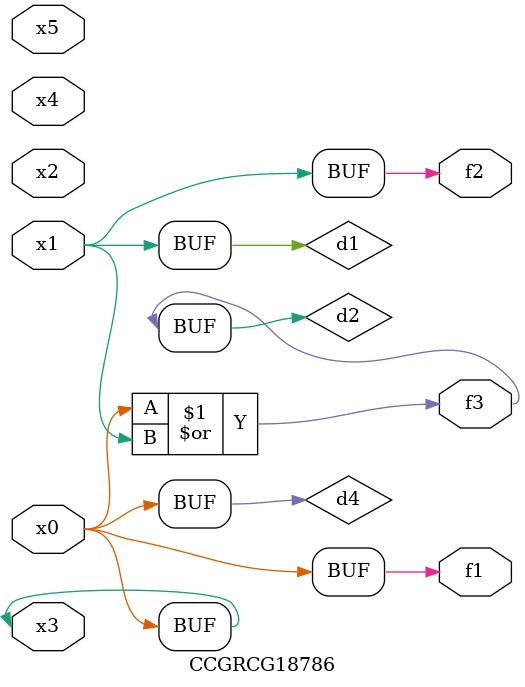
<source format=v>
module CCGRCG18786(
	input x0, x1, x2, x3, x4, x5,
	output f1, f2, f3
);

	wire d1, d2, d3, d4;

	and (d1, x1);
	or (d2, x0, x1);
	nand (d3, x0, x5);
	buf (d4, x0, x3);
	assign f1 = d4;
	assign f2 = d1;
	assign f3 = d2;
endmodule

</source>
